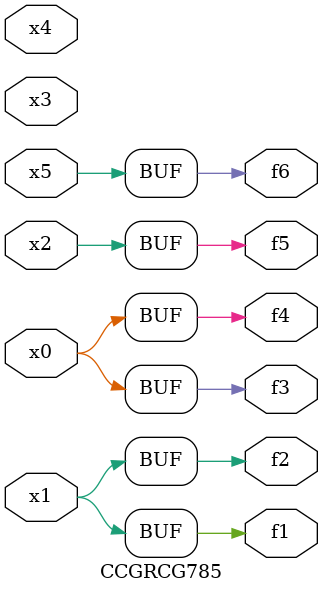
<source format=v>
module CCGRCG785(
	input x0, x1, x2, x3, x4, x5,
	output f1, f2, f3, f4, f5, f6
);
	assign f1 = x1;
	assign f2 = x1;
	assign f3 = x0;
	assign f4 = x0;
	assign f5 = x2;
	assign f6 = x5;
endmodule

</source>
